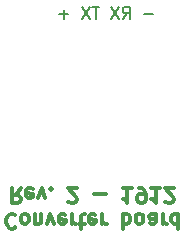
<source format=gbo>
G04 #@! TF.GenerationSoftware,KiCad,Pcbnew,(5.0.0)*
G04 #@! TF.CreationDate,2019-03-22T21:06:18+01:00*
G04 #@! TF.ProjectId,converterboard,636F6E766572746572626F6172642E6B,rev?*
G04 #@! TF.SameCoordinates,Original*
G04 #@! TF.FileFunction,Legend,Bot*
G04 #@! TF.FilePolarity,Positive*
%FSLAX46Y46*%
G04 Gerber Fmt 4.6, Leading zero omitted, Abs format (unit mm)*
G04 Created by KiCad (PCBNEW (5.0.0)) date 03/22/19 21:06:18*
%MOMM*%
%LPD*%
G01*
G04 APERTURE LIST*
%ADD10C,0.300000*%
%ADD11C,0.200000*%
G04 APERTURE END LIST*
D10*
X165052380Y-119841071D02*
X164992857Y-119781547D01*
X164814285Y-119722023D01*
X164695238Y-119722023D01*
X164516666Y-119781547D01*
X164397619Y-119900595D01*
X164338095Y-120019642D01*
X164278571Y-120257738D01*
X164278571Y-120436309D01*
X164338095Y-120674404D01*
X164397619Y-120793452D01*
X164516666Y-120912500D01*
X164695238Y-120972023D01*
X164814285Y-120972023D01*
X164992857Y-120912500D01*
X165052380Y-120852976D01*
X165766666Y-119722023D02*
X165647619Y-119781547D01*
X165588095Y-119841071D01*
X165528571Y-119960119D01*
X165528571Y-120317261D01*
X165588095Y-120436309D01*
X165647619Y-120495833D01*
X165766666Y-120555357D01*
X165945238Y-120555357D01*
X166064285Y-120495833D01*
X166123809Y-120436309D01*
X166183333Y-120317261D01*
X166183333Y-119960119D01*
X166123809Y-119841071D01*
X166064285Y-119781547D01*
X165945238Y-119722023D01*
X165766666Y-119722023D01*
X166719047Y-120555357D02*
X166719047Y-119722023D01*
X166719047Y-120436309D02*
X166778571Y-120495833D01*
X166897619Y-120555357D01*
X167076190Y-120555357D01*
X167195238Y-120495833D01*
X167254761Y-120376785D01*
X167254761Y-119722023D01*
X167730952Y-120555357D02*
X168028571Y-119722023D01*
X168326190Y-120555357D01*
X169278571Y-119781547D02*
X169159523Y-119722023D01*
X168921428Y-119722023D01*
X168802380Y-119781547D01*
X168742857Y-119900595D01*
X168742857Y-120376785D01*
X168802380Y-120495833D01*
X168921428Y-120555357D01*
X169159523Y-120555357D01*
X169278571Y-120495833D01*
X169338095Y-120376785D01*
X169338095Y-120257738D01*
X168742857Y-120138690D01*
X169873809Y-119722023D02*
X169873809Y-120555357D01*
X169873809Y-120317261D02*
X169933333Y-120436309D01*
X169992857Y-120495833D01*
X170111904Y-120555357D01*
X170230952Y-120555357D01*
X170469047Y-120555357D02*
X170945238Y-120555357D01*
X170647619Y-120972023D02*
X170647619Y-119900595D01*
X170707142Y-119781547D01*
X170826190Y-119722023D01*
X170945238Y-119722023D01*
X171838095Y-119781547D02*
X171719047Y-119722023D01*
X171480952Y-119722023D01*
X171361904Y-119781547D01*
X171302380Y-119900595D01*
X171302380Y-120376785D01*
X171361904Y-120495833D01*
X171480952Y-120555357D01*
X171719047Y-120555357D01*
X171838095Y-120495833D01*
X171897619Y-120376785D01*
X171897619Y-120257738D01*
X171302380Y-120138690D01*
X172433333Y-119722023D02*
X172433333Y-120555357D01*
X172433333Y-120317261D02*
X172492857Y-120436309D01*
X172552380Y-120495833D01*
X172671428Y-120555357D01*
X172790476Y-120555357D01*
X174159523Y-119722023D02*
X174159523Y-120972023D01*
X174159523Y-120495833D02*
X174278571Y-120555357D01*
X174516666Y-120555357D01*
X174635714Y-120495833D01*
X174695238Y-120436309D01*
X174754761Y-120317261D01*
X174754761Y-119960119D01*
X174695238Y-119841071D01*
X174635714Y-119781547D01*
X174516666Y-119722023D01*
X174278571Y-119722023D01*
X174159523Y-119781547D01*
X175469047Y-119722023D02*
X175350000Y-119781547D01*
X175290476Y-119841071D01*
X175230952Y-119960119D01*
X175230952Y-120317261D01*
X175290476Y-120436309D01*
X175350000Y-120495833D01*
X175469047Y-120555357D01*
X175647619Y-120555357D01*
X175766666Y-120495833D01*
X175826190Y-120436309D01*
X175885714Y-120317261D01*
X175885714Y-119960119D01*
X175826190Y-119841071D01*
X175766666Y-119781547D01*
X175647619Y-119722023D01*
X175469047Y-119722023D01*
X176957142Y-119722023D02*
X176957142Y-120376785D01*
X176897619Y-120495833D01*
X176778571Y-120555357D01*
X176540476Y-120555357D01*
X176421428Y-120495833D01*
X176957142Y-119781547D02*
X176838095Y-119722023D01*
X176540476Y-119722023D01*
X176421428Y-119781547D01*
X176361904Y-119900595D01*
X176361904Y-120019642D01*
X176421428Y-120138690D01*
X176540476Y-120198214D01*
X176838095Y-120198214D01*
X176957142Y-120257738D01*
X177552380Y-119722023D02*
X177552380Y-120555357D01*
X177552380Y-120317261D02*
X177611904Y-120436309D01*
X177671428Y-120495833D01*
X177790476Y-120555357D01*
X177909523Y-120555357D01*
X178861904Y-119722023D02*
X178861904Y-120972023D01*
X178861904Y-119781547D02*
X178742857Y-119722023D01*
X178504761Y-119722023D01*
X178385714Y-119781547D01*
X178326190Y-119841071D01*
X178266666Y-119960119D01*
X178266666Y-120317261D01*
X178326190Y-120436309D01*
X178385714Y-120495833D01*
X178504761Y-120555357D01*
X178742857Y-120555357D01*
X178861904Y-120495833D01*
X165498809Y-117547023D02*
X165082142Y-118142261D01*
X164784523Y-117547023D02*
X164784523Y-118797023D01*
X165260714Y-118797023D01*
X165379761Y-118737500D01*
X165439285Y-118677976D01*
X165498809Y-118558928D01*
X165498809Y-118380357D01*
X165439285Y-118261309D01*
X165379761Y-118201785D01*
X165260714Y-118142261D01*
X164784523Y-118142261D01*
X166510714Y-117606547D02*
X166391666Y-117547023D01*
X166153571Y-117547023D01*
X166034523Y-117606547D01*
X165975000Y-117725595D01*
X165975000Y-118201785D01*
X166034523Y-118320833D01*
X166153571Y-118380357D01*
X166391666Y-118380357D01*
X166510714Y-118320833D01*
X166570238Y-118201785D01*
X166570238Y-118082738D01*
X165975000Y-117963690D01*
X166986904Y-118380357D02*
X167284523Y-117547023D01*
X167582142Y-118380357D01*
X168058333Y-117666071D02*
X168117857Y-117606547D01*
X168058333Y-117547023D01*
X167998809Y-117606547D01*
X168058333Y-117666071D01*
X168058333Y-117547023D01*
X169546428Y-118677976D02*
X169605952Y-118737500D01*
X169724999Y-118797023D01*
X170022619Y-118797023D01*
X170141666Y-118737500D01*
X170201190Y-118677976D01*
X170260714Y-118558928D01*
X170260714Y-118439880D01*
X170201190Y-118261309D01*
X169486904Y-117547023D01*
X170260714Y-117547023D01*
X171748809Y-118023214D02*
X172701190Y-118023214D01*
X174903571Y-117547023D02*
X174189285Y-117547023D01*
X174546428Y-117547023D02*
X174546428Y-118797023D01*
X174427380Y-118618452D01*
X174308333Y-118499404D01*
X174189285Y-118439880D01*
X175498809Y-117547023D02*
X175736904Y-117547023D01*
X175855952Y-117606547D01*
X175915476Y-117666071D01*
X176034523Y-117844642D01*
X176094047Y-118082738D01*
X176094047Y-118558928D01*
X176034523Y-118677976D01*
X175974999Y-118737500D01*
X175855952Y-118797023D01*
X175617857Y-118797023D01*
X175498809Y-118737500D01*
X175439285Y-118677976D01*
X175379761Y-118558928D01*
X175379761Y-118261309D01*
X175439285Y-118142261D01*
X175498809Y-118082738D01*
X175617857Y-118023214D01*
X175855952Y-118023214D01*
X175974999Y-118082738D01*
X176034523Y-118142261D01*
X176094047Y-118261309D01*
X177284523Y-117547023D02*
X176570238Y-117547023D01*
X176927380Y-117547023D02*
X176927380Y-118797023D01*
X176808333Y-118618452D01*
X176689285Y-118499404D01*
X176570238Y-118439880D01*
X177760714Y-118677976D02*
X177820238Y-118737500D01*
X177939285Y-118797023D01*
X178236904Y-118797023D01*
X178355952Y-118737500D01*
X178415476Y-118677976D01*
X178474999Y-118558928D01*
X178474999Y-118439880D01*
X178415476Y-118261309D01*
X177701190Y-117547023D01*
X178474999Y-117547023D01*
D11*
X176726190Y-102821428D02*
X175964285Y-102821428D01*
X174154761Y-103202380D02*
X174488095Y-102726190D01*
X174726190Y-103202380D02*
X174726190Y-102202380D01*
X174345238Y-102202380D01*
X174250000Y-102250000D01*
X174202380Y-102297619D01*
X174154761Y-102392857D01*
X174154761Y-102535714D01*
X174202380Y-102630952D01*
X174250000Y-102678571D01*
X174345238Y-102726190D01*
X174726190Y-102726190D01*
X173821428Y-102202380D02*
X173154761Y-103202380D01*
X173154761Y-102202380D02*
X173821428Y-103202380D01*
X172154761Y-102202380D02*
X171583333Y-102202380D01*
X171869047Y-103202380D02*
X171869047Y-102202380D01*
X171345238Y-102202380D02*
X170678571Y-103202380D01*
X170678571Y-102202380D02*
X171345238Y-103202380D01*
X169535714Y-102821428D02*
X168773809Y-102821428D01*
X169154761Y-103202380D02*
X169154761Y-102440476D01*
M02*

</source>
